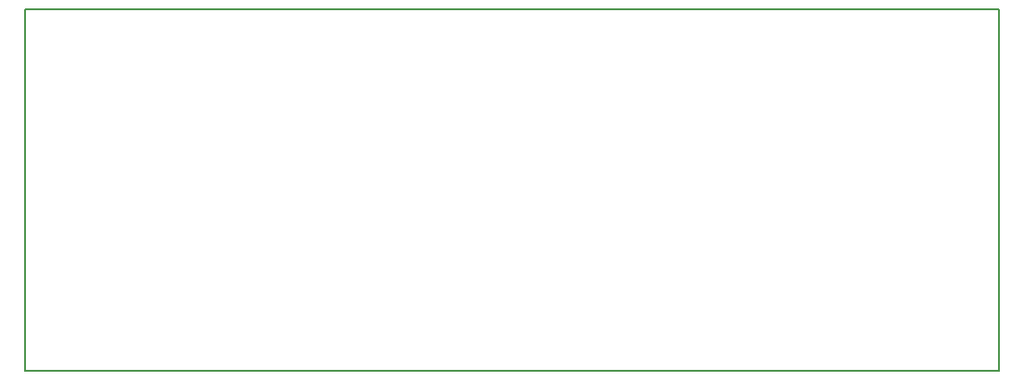
<source format=gbr>
G04 (created by PCBNEW (2013-may-18)-stable) date Tue Apr  7 22:42:00 2015*
%MOIN*%
G04 Gerber Fmt 3.4, Leading zero omitted, Abs format*
%FSLAX34Y34*%
G01*
G70*
G90*
G04 APERTURE LIST*
%ADD10C,0.00393701*%
%ADD11C,0.00590551*%
G04 APERTURE END LIST*
G54D10*
G54D11*
X59000Y-51000D02*
X59000Y-50500D01*
X94000Y-51000D02*
X59000Y-51000D01*
X94000Y-38000D02*
X94000Y-51000D01*
X59000Y-38000D02*
X94000Y-38000D01*
X59000Y-50500D02*
X59000Y-38000D01*
M02*

</source>
